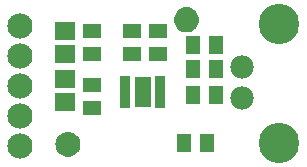
<source format=gbr>
G04 EAGLE Gerber RS-274X export*
G75*
%MOMM*%
%FSLAX34Y34*%
%LPD*%
%INSoldermask Top*%
%IPPOS*%
%AMOC8*
5,1,8,0,0,1.08239X$1,22.5*%
G01*
%ADD10R,1.303200X1.603200*%
%ADD11R,1.603200X1.303200*%
%ADD12C,1.981200*%
%ADD13R,1.473200X2.553200*%
%ADD14R,0.850000X2.750000*%
%ADD15R,1.703200X1.503200*%
%ADD16C,3.419200*%
%ADD17C,2.133600*%

G36*
X156732Y113980D02*
X156732Y113980D01*
X156775Y113992D01*
X156841Y113999D01*
X158524Y114450D01*
X158565Y114469D01*
X158628Y114488D01*
X160208Y115225D01*
X160245Y115251D01*
X160304Y115280D01*
X161732Y116280D01*
X161763Y116312D01*
X161816Y116351D01*
X163049Y117584D01*
X163074Y117620D01*
X163120Y117668D01*
X164120Y119096D01*
X164138Y119137D01*
X164175Y119192D01*
X164912Y120772D01*
X164923Y120815D01*
X164950Y120876D01*
X165401Y122559D01*
X165403Y122591D01*
X165410Y122612D01*
X165410Y122627D01*
X165420Y122668D01*
X165572Y124405D01*
X165568Y124449D01*
X165572Y124515D01*
X165420Y126252D01*
X165408Y126295D01*
X165401Y126361D01*
X164950Y128044D01*
X164931Y128085D01*
X164912Y128148D01*
X164175Y129728D01*
X164149Y129765D01*
X164120Y129824D01*
X163120Y131252D01*
X163088Y131283D01*
X163049Y131336D01*
X161816Y132569D01*
X161780Y132594D01*
X161732Y132640D01*
X160304Y133640D01*
X160263Y133658D01*
X160208Y133695D01*
X158628Y134432D01*
X158585Y134443D01*
X158524Y134470D01*
X156841Y134921D01*
X156796Y134924D01*
X156732Y134940D01*
X154995Y135092D01*
X154951Y135088D01*
X154885Y135092D01*
X153148Y134940D01*
X153105Y134928D01*
X153039Y134921D01*
X151356Y134470D01*
X151315Y134451D01*
X151252Y134432D01*
X149672Y133695D01*
X149635Y133669D01*
X149576Y133640D01*
X148148Y132640D01*
X148117Y132608D01*
X148064Y132569D01*
X146831Y131336D01*
X146806Y131300D01*
X146760Y131252D01*
X145760Y129824D01*
X145742Y129783D01*
X145705Y129728D01*
X144968Y128148D01*
X144957Y128105D01*
X144930Y128044D01*
X144479Y126361D01*
X144476Y126316D01*
X144460Y126252D01*
X144308Y124515D01*
X144312Y124471D01*
X144308Y124405D01*
X144460Y122668D01*
X144472Y122625D01*
X144476Y122591D01*
X144476Y122575D01*
X144478Y122570D01*
X144479Y122559D01*
X144930Y120876D01*
X144949Y120835D01*
X144968Y120772D01*
X145705Y119192D01*
X145731Y119155D01*
X145760Y119096D01*
X146760Y117668D01*
X146792Y117637D01*
X146831Y117584D01*
X148064Y116351D01*
X148100Y116326D01*
X148148Y116280D01*
X149576Y115280D01*
X149617Y115262D01*
X149672Y115225D01*
X151252Y114488D01*
X151295Y114477D01*
X151356Y114450D01*
X153039Y113999D01*
X153084Y113996D01*
X153148Y113980D01*
X154885Y113828D01*
X154929Y113832D01*
X154995Y113828D01*
X156732Y113980D01*
G37*
G36*
X56402Y8570D02*
X56402Y8570D01*
X56445Y8582D01*
X56511Y8589D01*
X58194Y9040D01*
X58235Y9059D01*
X58298Y9078D01*
X59878Y9815D01*
X59915Y9841D01*
X59974Y9870D01*
X61402Y10870D01*
X61433Y10902D01*
X61486Y10941D01*
X62719Y12174D01*
X62744Y12210D01*
X62790Y12258D01*
X63790Y13686D01*
X63808Y13727D01*
X63845Y13782D01*
X64582Y15362D01*
X64593Y15405D01*
X64620Y15466D01*
X65071Y17149D01*
X65073Y17181D01*
X65080Y17202D01*
X65080Y17217D01*
X65090Y17258D01*
X65242Y18995D01*
X65238Y19039D01*
X65242Y19105D01*
X65090Y20842D01*
X65078Y20885D01*
X65071Y20951D01*
X64620Y22634D01*
X64601Y22675D01*
X64582Y22738D01*
X63845Y24318D01*
X63819Y24355D01*
X63790Y24414D01*
X62790Y25842D01*
X62758Y25873D01*
X62719Y25926D01*
X61486Y27159D01*
X61450Y27184D01*
X61402Y27230D01*
X59974Y28230D01*
X59933Y28248D01*
X59878Y28285D01*
X58298Y29022D01*
X58255Y29033D01*
X58194Y29060D01*
X56511Y29511D01*
X56466Y29514D01*
X56402Y29530D01*
X54665Y29682D01*
X54621Y29678D01*
X54555Y29682D01*
X52818Y29530D01*
X52775Y29518D01*
X52709Y29511D01*
X51026Y29060D01*
X50985Y29041D01*
X50922Y29022D01*
X49342Y28285D01*
X49305Y28259D01*
X49246Y28230D01*
X47818Y27230D01*
X47787Y27198D01*
X47734Y27159D01*
X46501Y25926D01*
X46476Y25890D01*
X46430Y25842D01*
X45430Y24414D01*
X45412Y24373D01*
X45375Y24318D01*
X44638Y22738D01*
X44627Y22695D01*
X44600Y22634D01*
X44149Y20951D01*
X44146Y20906D01*
X44130Y20842D01*
X43978Y19105D01*
X43982Y19061D01*
X43978Y18995D01*
X44130Y17258D01*
X44142Y17215D01*
X44146Y17181D01*
X44146Y17165D01*
X44148Y17160D01*
X44149Y17149D01*
X44600Y15466D01*
X44619Y15425D01*
X44638Y15362D01*
X45375Y13782D01*
X45401Y13745D01*
X45430Y13686D01*
X46430Y12258D01*
X46462Y12227D01*
X46501Y12174D01*
X47734Y10941D01*
X47770Y10916D01*
X47818Y10870D01*
X49246Y9870D01*
X49287Y9852D01*
X49342Y9815D01*
X50922Y9078D01*
X50965Y9067D01*
X51026Y9040D01*
X52709Y8589D01*
X52754Y8586D01*
X52818Y8570D01*
X54555Y8418D01*
X54599Y8422D01*
X54665Y8418D01*
X56402Y8570D01*
G37*
D10*
X152560Y20320D03*
X172560Y20320D03*
X180180Y82550D03*
X160180Y82550D03*
D11*
X130810Y115410D03*
X130810Y95410D03*
D10*
X160180Y102870D03*
X180180Y102870D03*
D12*
X201610Y84120D03*
X201610Y58120D03*
D13*
X118110Y63500D03*
D14*
X103360Y63500D03*
X132860Y63500D03*
D10*
X160180Y60960D03*
X180180Y60960D03*
D11*
X109220Y95410D03*
X109220Y115410D03*
X74930Y69690D03*
X74930Y49690D03*
X74930Y95410D03*
X74930Y115410D03*
D15*
X52070Y55270D03*
X52070Y74270D03*
X52070Y95910D03*
X52070Y114910D03*
D16*
X233680Y120650D03*
X233680Y20320D03*
D17*
X13970Y119380D03*
X13970Y93980D03*
X13970Y68580D03*
X13970Y43180D03*
X13970Y17780D03*
M02*

</source>
